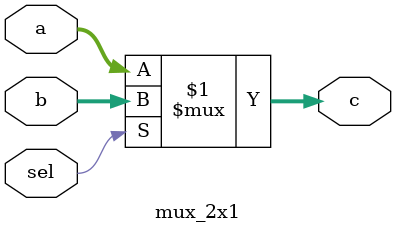
<source format=v>
module mux_2x1 (
	input sel,
	input [31:0] a, b,
	output [31:0] c
	);

    assign c = sel ? b:a ;

endmodule : mux_2x1    


</source>
